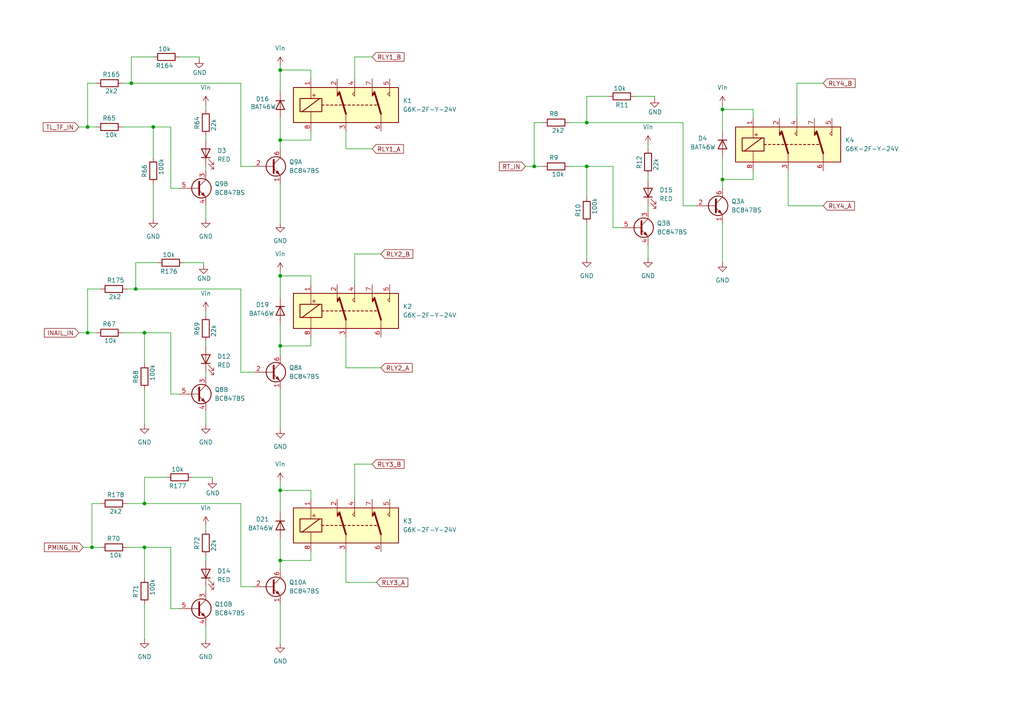
<source format=kicad_sch>
(kicad_sch (version 20250114) (generator "eeschema") (generator_version "9.0")
  (paper "A4")
  (lib_symbols
    (symbol "Device:LED" (pin_numbers (hide yes)) (pin_names (offset 1.016) (hide yes))
      (property "Reference" "D" (at 0 2.54 0))
      (property "Value" "LED" (at 0 -2.54 0))
      (symbol "LED_0_1"
        (polyline (pts (xy -3.048 -0.762) (xy -4.572 -2.286) (xy -3.81 -2.286) (xy -4.572 -2.286) (xy -4.572 -1.524)))
        (polyline (pts (xy -1.778 -0.762) (xy -3.302 -2.286) (xy -2.54 -2.286) (xy -3.302 -2.286) (xy -3.302 -1.524)))
        (polyline (pts (xy -1.27 0) (xy 1.27 0)))
        (polyline (pts (xy -1.27 -1.27) (xy -1.27 1.27)) (stroke (width 0.254)))
        (polyline (pts (xy 1.27 -1.27) (xy 1.27 1.27) (xy -1.27 0) (xy 1.27 -1.27)) (stroke (width 0.254)))
      )
      (symbol "LED_1_1"
        (pin passive line (at -3.81 0 0) (length 2.54) (name "K") (number "1"))
        (pin passive line (at 3.81 0 180) (length 2.54) (name "A") (number "2"))
      )
    )
    (symbol "Device:R" (pin_numbers (hide yes)) (pin_names (offset 0))
      (property "Reference" "R" (at 2.032 0 90))
      (property "Value" "R" (at 0 0 90))
      (symbol "R_0_1"
        (rectangle (start -1.016 -2.54) (end 1.016 2.54) (stroke (width 0.254)))
      )
      (symbol "R_1_1"
        (pin passive line (at 0 3.81 270) (length 1.27) (name "~") (number "1"))
        (pin passive line (at 0 -3.81 90) (length 1.27) (name "~") (number "2"))
      )
    )
    (symbol "Diode:US1A" (pin_numbers (hide yes)) (pin_names (hide yes))
      (property "Reference" "D" (at 0 2.54 0))
      (property "Value" "US1A" (at 0 -2.54 0))
      (symbol "US1A_0_1"
        (polyline (pts (xy -1.27 1.27) (xy -1.27 -1.27)) (stroke (width 0.254)))
        (polyline (pts (xy 1.27 1.27) (xy 1.27 -1.27) (xy -1.27 0) (xy 1.27 1.27)) (stroke (width 0.254)))
        (polyline (pts (xy 1.27 0) (xy -1.27 0)))
      )
      (symbol "US1A_1_1"
        (pin passive line (at -3.81 0 0) (length 2.54) (name "K") (number "1"))
        (pin passive line (at 3.81 0 180) (length 2.54) (name "A") (number "2"))
      )
    )
    (symbol "Relay:G6K-2"
      (property "Reference" "K" (at 16.51 3.81 0))
      (property "Value" "G6K-2" (at 16.51 1.27 0))
      (symbol "G6K-2_0_0"
        (text "+" (at -9.271 2.921 0) (effects (font (size 1.27 1.27))))
      )
      (symbol "G6K-2_0_1"
        (rectangle (start -15.24 5.08) (end 15.24 -5.08) (stroke (width 0.254)) (fill (type background)))
        (rectangle (start -13.335 1.905) (end -6.985 -1.905) (stroke (width 0.254)))
        (polyline (pts (xy -12.7 -1.905) (xy -7.62 1.905)) (stroke (width 0.254)))
        (polyline (pts (xy -10.16 5.08) (xy -10.16 1.905)))
        (polyline (pts (xy -10.16 -5.08) (xy -10.16 -1.905)))
        (polyline (pts (xy -6.985 0) (xy -6.35 0)) (stroke (width 0.254)))
        (polyline (pts (xy -5.715 0) (xy -5.08 0)) (stroke (width 0.254)))
        (polyline (pts (xy -4.445 0) (xy -3.81 0)) (stroke (width 0.254)))
        (polyline (pts (xy -3.175 0) (xy -2.54 0)) (stroke (width 0.254)))
        (polyline (pts (xy -2.54 5.08) (xy -2.54 2.54) (xy -1.905 3.175) (xy -2.54 3.81)) (fill (type outline)))
        (polyline (pts (xy -1.905 0) (xy -1.27 0)) (stroke (width 0.254)))
        (polyline (pts (xy -0.635 0) (xy 0 0)) (stroke (width 0.254)))
        (polyline (pts (xy 0 -2.54) (xy -1.905 3.81)) (stroke (width 0.508)))
        (polyline (pts (xy 0 -2.54) (xy 0 -5.08)))
        (polyline (pts (xy 0.635 0) (xy 1.27 0)) (stroke (width 0.254)))
        (polyline (pts (xy 1.905 0) (xy 2.54 0)) (stroke (width 0.254)))
        (polyline (pts (xy 2.54 5.08) (xy 2.54 2.54) (xy 1.905 3.175) (xy 2.54 3.81)))
        (polyline (pts (xy 3.175 0) (xy 3.81 0)) (stroke (width 0.254)))
        (polyline (pts (xy 4.445 0) (xy 5.08 0)) (stroke (width 0.254)))
        (polyline (pts (xy 5.715 0) (xy 6.35 0)) (stroke (width 0.254)))
        (polyline (pts (xy 6.985 0) (xy 7.62 0)) (stroke (width 0.254)))
        (polyline (pts (xy 7.62 5.08) (xy 7.62 2.54) (xy 8.255 3.175) (xy 7.62 3.81)) (fill (type outline)))
        (polyline (pts (xy 8.255 0) (xy 8.89 0)) (stroke (width 0.254)))
        (polyline (pts (xy 10.16 -2.54) (xy 8.255 3.81)) (stroke (width 0.508)))
        (polyline (pts (xy 10.16 -2.54) (xy 10.16 -5.08)))
        (polyline (pts (xy 12.7 5.08) (xy 12.7 2.54) (xy 12.065 3.175) (xy 12.7 3.81)))
      )
      (symbol "G6K-2_1_1"
        (pin passive line (at -10.16 7.62 270) (length 2.54) (name "~") (number "1"))
        (pin passive line (at -10.16 -7.62 90) (length 2.54) (name "~") (number "8"))
        (pin passive line (at -2.54 7.62 270) (length 2.54) (name "~") (number "2"))
        (pin passive line (at 0 -7.62 90) (length 2.54) (name "~") (number "3"))
        (pin passive line (at 2.54 7.62 270) (length 2.54) (name "~") (number "4"))
        (pin passive line (at 7.62 7.62 270) (length 2.54) (name "~") (number "7"))
        (pin passive line (at 10.16 -7.62 90) (length 2.54) (name "~") (number "6"))
        (pin passive line (at 12.7 7.62 270) (length 2.54) (name "~") (number "5"))
      )
    )
    (symbol "Transistor_BJT:BC847BS" (pin_names (offset 0) (hide yes))
      (property "Reference" "Q" (at 5.08 1.27 0))
      (property "Value" "BC847BS" (at 5.08 -1.27 0))
      (symbol "BC847BS_0_1"
        (polyline (pts (xy 0.635 1.905) (xy 0.635 -1.905) (xy 0.635 -1.905)) (stroke (width 0.508)))
        (polyline (pts (xy 0.635 0.635) (xy 2.54 2.54)))
        (polyline (pts (xy 0.635 0) (xy -2.54 0)))
        (polyline (pts (xy 0.635 -0.635) (xy 2.54 -2.54) (xy 2.54 -2.54)))
        (circle (center 1.27 0) (radius 2.8194) (stroke (width 0.254)))
        (polyline (pts (xy 1.27 -1.778) (xy 1.778 -1.27) (xy 2.286 -2.286) (xy 1.27 -1.778) (xy 1.27 -1.778)) (fill (type outline)))
      )
      (symbol "BC847BS_1_1"
        (pin input line (at -5.08 0 0) (length 2.54) (name "B1") (number "2"))
        (pin passive line (at 2.54 5.08 270) (length 2.54) (name "C1") (number "6"))
        (pin passive line (at 2.54 -5.08 90) (length 2.54) (name "E1") (number "1"))
      )
      (symbol "BC847BS_2_1"
        (pin input line (at -5.08 0 0) (length 2.54) (name "B2") (number "5"))
        (pin passive line (at 2.54 5.08 270) (length 2.54) (name "C2") (number "3"))
        (pin passive line (at 2.54 -5.08 90) (length 2.54) (name "E2") (number "4"))
      )
    )
    (symbol "power:GND" (power) (pin_numbers (hide yes)) (pin_names (offset 0) (hide yes))
      (property "Value" "GND" (at 0 -3.81 0))
      (symbol "GND_0_1"
        (polyline (pts (xy 0 0) (xy 0 -1.27) (xy 1.27 -1.27) (xy 0 -2.54) (xy -1.27 -1.27) (xy 0 -1.27)))
      )
      (symbol "GND_1_1"
        (pin power_in line (at 0 0 270) (length 0) (name "~") (number "1"))
      )
    )
    (symbol "power:VCC" (power) (pin_numbers (hide yes)) (pin_names (offset 0) (hide yes))
      (property "Value" "VCC" (at 0 3.556 0))
      (symbol "VCC_0_1"
        (polyline (pts (xy -0.762 1.27) (xy 0 2.54)))
        (polyline (pts (xy 0 2.54) (xy 0.762 1.27)))
        (polyline (pts (xy 0 0) (xy 0 2.54)))
      )
      (symbol "VCC_1_1"
        (pin power_in line (at 0 0 90) (length 0) (name "~") (number "1"))
      )
    )
  )
  (junction (at 26.67 158.75))
  (junction (at 81.28 142.24))
  (junction (at 209.55 31.75))
  (junction (at 41.91 158.75))
  (junction (at 81.28 100.33))
  (junction (at 170.18 48.26))
  (junction (at 25.4 96.52))
  (junction (at 209.55 52.07))
  (junction (at 81.28 40.64))
  (junction (at 81.28 80.01))
  (junction (at 154.94 48.26))
  (junction (at 41.91 146.05))
  (junction (at 39.37 83.82))
  (junction (at 81.28 162.56))
  (junction (at 44.45 36.83))
  (junction (at 38.1 24.13))
  (junction (at 81.28 20.32))
  (junction (at 170.18 35.56))
  (junction (at 41.91 96.52))
  (junction (at 25.4 36.83))
  (wire (pts (xy 25.4 24.13) (xy 25.4 36.83)))
  (wire (pts (xy 90.17 100.33) (xy 81.28 100.33)))
  (wire (pts (xy 90.17 97.79) (xy 90.17 100.33)))
  (wire (pts (xy 157.48 35.56) (xy 154.94 35.56)))
  (wire (pts (xy 90.17 80.01) (xy 81.28 80.01)))
  (wire (pts (xy 170.18 48.26) (xy 170.18 57.15)))
  (wire (pts (xy 35.56 36.83) (xy 44.45 36.83)))
  (wire (pts (xy 81.28 139.7) (xy 81.28 142.24)))
  (wire (pts (xy 102.87 134.62) (xy 102.87 144.78)))
  (wire (pts (xy 59.055 76.2) (xy 53.34 76.2)))
  (wire (pts (xy 170.18 35.56) (xy 198.12 35.56)))
  (wire (pts (xy 187.96 41.91) (xy 187.96 43.18)))
  (wire (pts (xy 107.95 43.18) (xy 100.33 43.18)))
  (wire (pts (xy 187.96 71.12) (xy 187.96 74.93)))
  (wire (pts (xy 25.4 96.52) (xy 27.94 96.52)))
  (wire (pts (xy 187.96 59.69) (xy 187.96 60.96)))
  (wire (pts (xy 218.44 49.53) (xy 218.44 52.07)))
  (wire (pts (xy 49.53 176.53) (xy 49.53 158.75)))
  (wire (pts (xy 177.8 66.04) (xy 180.34 66.04)))
  (wire (pts (xy 209.55 45.72) (xy 209.55 52.07)))
  (wire (pts (xy 198.12 35.56) (xy 198.12 59.69)))
  (wire (pts (xy 59.69 100.33) (xy 59.69 99.06)))
  (wire (pts (xy 44.45 53.34) (xy 44.45 63.5)))
  (wire (pts (xy 59.69 119.38) (xy 59.69 123.19)))
  (wire (pts (xy 61.595 138.43) (xy 55.88 138.43)))
  (wire (pts (xy 57.785 16.51) (xy 52.07 16.51)))
  (wire (pts (xy 41.91 138.43) (xy 41.91 146.05)))
  (wire (pts (xy 90.17 160.02) (xy 90.17 162.56)))
  (wire (pts (xy 27.94 24.13) (xy 25.4 24.13)))
  (wire (pts (xy 44.45 16.51) (xy 38.1 16.51)))
  (wire (pts (xy 41.91 158.75) (xy 49.53 158.75)))
  (wire (pts (xy 189.865 27.94) (xy 189.865 28.575)))
  (wire (pts (xy 90.17 82.55) (xy 90.17 80.01)))
  (wire (pts (xy 170.18 64.77) (xy 170.18 74.93)))
  (wire (pts (xy 69.85 24.13) (xy 69.85 48.26)))
  (wire (pts (xy 176.53 27.94) (xy 170.18 27.94)))
  (wire (pts (xy 49.53 114.3) (xy 52.07 114.3)))
  (wire (pts (xy 45.72 76.2) (xy 39.37 76.2)))
  (wire (pts (xy 177.8 66.04) (xy 177.8 48.26)))
  (wire (pts (xy 49.53 176.53) (xy 52.07 176.53)))
  (wire (pts (xy 189.865 27.94) (xy 184.15 27.94)))
  (wire (pts (xy 24.13 158.75) (xy 26.67 158.75)))
  (wire (pts (xy 209.55 31.75) (xy 209.55 38.1)))
  (wire (pts (xy 102.87 22.86) (xy 102.87 16.51)))
  (wire (pts (xy 228.6 49.53) (xy 228.6 59.69)))
  (wire (pts (xy 90.17 144.78) (xy 90.17 142.24)))
  (wire (pts (xy 81.28 100.33) (xy 81.28 102.87)))
  (wire (pts (xy 81.28 53.34) (xy 81.28 64.77)))
  (wire (pts (xy 26.67 146.05) (xy 26.67 158.75)))
  (wire (pts (xy 81.28 162.56) (xy 81.28 165.1)))
  (wire (pts (xy 90.17 20.32) (xy 81.28 20.32)))
  (wire (pts (xy 81.28 40.64) (xy 81.28 43.18)))
  (wire (pts (xy 59.69 90.17) (xy 59.69 91.44)))
  (wire (pts (xy 41.91 96.52) (xy 49.53 96.52)))
  (wire (pts (xy 170.18 48.26) (xy 177.8 48.26)))
  (wire (pts (xy 81.28 113.03) (xy 81.28 124.46)))
  (wire (pts (xy 59.69 152.4) (xy 59.69 153.67)))
  (wire (pts (xy 69.85 170.18) (xy 73.66 170.18)))
  (wire (pts (xy 187.96 52.07) (xy 187.96 50.8)))
  (wire (pts (xy 59.69 59.69) (xy 59.69 63.5)))
  (wire (pts (xy 38.1 24.13) (xy 69.85 24.13)))
  (wire (pts (xy 36.83 83.82) (xy 39.37 83.82)))
  (wire (pts (xy 22.86 36.83) (xy 25.4 36.83)))
  (wire (pts (xy 59.69 181.61) (xy 59.69 185.42)))
  (wire (pts (xy 102.87 134.62) (xy 107.95 134.62)))
  (wire (pts (xy 198.12 59.69) (xy 201.93 59.69)))
  (wire (pts (xy 59.69 162.56) (xy 59.69 161.29)))
  (wire (pts (xy 90.17 40.64) (xy 81.28 40.64)))
  (wire (pts (xy 228.6 59.69) (xy 238.76 59.69)))
  (wire (pts (xy 165.1 35.56) (xy 170.18 35.56)))
  (wire (pts (xy 90.17 38.1) (xy 90.17 40.64)))
  (wire (pts (xy 44.45 36.83) (xy 49.53 36.83)))
  (wire (pts (xy 59.69 48.26) (xy 59.69 49.53)))
  (wire (pts (xy 170.18 27.94) (xy 170.18 35.56)))
  (wire (pts (xy 49.53 114.3) (xy 49.53 96.52)))
  (wire (pts (xy 81.28 20.32) (xy 81.28 26.67)))
  (wire (pts (xy 49.53 54.61) (xy 52.07 54.61)))
  (wire (pts (xy 152.4 48.26) (xy 154.94 48.26)))
  (wire (pts (xy 102.87 16.51) (xy 107.95 16.51)))
  (wire (pts (xy 41.91 158.75) (xy 41.91 167.64)))
  (wire (pts (xy 81.28 19.05) (xy 81.28 20.32)))
  (wire (pts (xy 59.69 30.48) (xy 59.69 31.75)))
  (wire (pts (xy 81.28 175.26) (xy 81.28 186.69)))
  (wire (pts (xy 102.87 73.66) (xy 102.87 82.55)))
  (wire (pts (xy 59.055 76.2) (xy 59.055 76.835)))
  (wire (pts (xy 26.67 158.75) (xy 29.21 158.75)))
  (wire (pts (xy 49.53 54.61) (xy 49.53 36.83)))
  (wire (pts (xy 36.83 146.05) (xy 41.91 146.05)))
  (wire (pts (xy 102.87 73.66) (xy 110.49 73.66)))
  (wire (pts (xy 90.17 142.24) (xy 81.28 142.24)))
  (wire (pts (xy 100.33 106.68) (xy 100.33 97.79)))
  (wire (pts (xy 61.595 138.43) (xy 61.595 139.065)))
  (wire (pts (xy 69.85 83.82) (xy 69.85 107.95)))
  (wire (pts (xy 218.44 52.07) (xy 209.55 52.07)))
  (wire (pts (xy 100.33 168.91) (xy 109.22 168.91)))
  (wire (pts (xy 100.33 43.18) (xy 100.33 38.1)))
  (wire (pts (xy 29.21 83.82) (xy 25.4 83.82)))
  (wire (pts (xy 36.83 158.75) (xy 41.91 158.75)))
  (wire (pts (xy 35.56 24.13) (xy 38.1 24.13)))
  (wire (pts (xy 81.28 78.74) (xy 81.28 80.01)))
  (wire (pts (xy 41.91 113.03) (xy 41.91 123.19)))
  (wire (pts (xy 100.33 106.68) (xy 110.49 106.68)))
  (wire (pts (xy 154.94 48.26) (xy 157.48 48.26)))
  (wire (pts (xy 39.37 83.82) (xy 69.85 83.82)))
  (wire (pts (xy 209.55 52.07) (xy 209.55 54.61)))
  (wire (pts (xy 81.28 142.24) (xy 81.28 148.59)))
  (wire (pts (xy 231.14 24.13) (xy 238.76 24.13)))
  (wire (pts (xy 81.28 156.21) (xy 81.28 162.56)))
  (wire (pts (xy 59.69 107.95) (xy 59.69 109.22)))
  (wire (pts (xy 57.785 16.51) (xy 57.785 17.145)))
  (wire (pts (xy 38.1 16.51) (xy 38.1 24.13)))
  (wire (pts (xy 81.28 93.98) (xy 81.28 100.33)))
  (wire (pts (xy 25.4 83.82) (xy 25.4 96.52)))
  (wire (pts (xy 209.55 64.77) (xy 209.55 76.2)))
  (wire (pts (xy 209.55 30.48) (xy 209.55 31.75)))
  (wire (pts (xy 69.85 146.05) (xy 69.85 170.18)))
  (wire (pts (xy 41.91 175.26) (xy 41.91 185.42)))
  (wire (pts (xy 100.33 160.02) (xy 100.33 168.91)))
  (wire (pts (xy 90.17 22.86) (xy 90.17 20.32)))
  (wire (pts (xy 25.4 36.83) (xy 27.94 36.83)))
  (wire (pts (xy 231.14 24.13) (xy 231.14 34.29)))
  (wire (pts (xy 165.1 48.26) (xy 170.18 48.26)))
  (wire (pts (xy 35.56 96.52) (xy 41.91 96.52)))
  (wire (pts (xy 218.44 31.75) (xy 209.55 31.75)))
  (wire (pts (xy 69.85 107.95) (xy 73.66 107.95)))
  (wire (pts (xy 81.28 34.29) (xy 81.28 40.64)))
  (wire (pts (xy 41.91 96.52) (xy 41.91 105.41)))
  (wire (pts (xy 29.21 146.05) (xy 26.67 146.05)))
  (wire (pts (xy 44.45 36.83) (xy 44.45 45.72)))
  (wire (pts (xy 81.28 80.01) (xy 81.28 86.36)))
  (wire (pts (xy 41.91 146.05) (xy 69.85 146.05)))
  (wire (pts (xy 48.26 138.43) (xy 41.91 138.43)))
  (wire (pts (xy 90.17 162.56) (xy 81.28 162.56)))
  (wire (pts (xy 218.44 34.29) (xy 218.44 31.75)))
  (wire (pts (xy 39.37 76.2) (xy 39.37 83.82)))
  (wire (pts (xy 69.85 48.26) (xy 73.66 48.26)))
  (wire (pts (xy 22.86 96.52) (xy 25.4 96.52)))
  (wire (pts (xy 59.69 40.64) (xy 59.69 39.37)))
  (wire (pts (xy 59.69 170.18) (xy 59.69 171.45)))
  (wire (pts (xy 154.94 35.56) (xy 154.94 48.26)))
  (global_label "RT_IN" (shape input) (at 152.4 48.26 180) (property "Intersheetrefs" "${INTERSHEET_REFS}" (effects (hide yes))))
  (global_label "RLY3_B" (shape input) (at 107.95 134.62 0) (property "Intersheetrefs" "${INTERSHEET_REFS}" (effects (hide yes))))
  (global_label "TL_TF_IN" (shape input) (at 22.86 36.83 180) (property "Intersheetrefs" "${INTERSHEET_REFS}" (effects (hide yes))))
  (global_label "RLY2_A" (shape input) (at 110.49 106.68 0) (property "Intersheetrefs" "${INTERSHEET_REFS}" (effects (hide yes))))
  (global_label "RLY4_B" (shape input) (at 238.76 24.13 0) (property "Intersheetrefs" "${INTERSHEET_REFS}" (effects (hide yes))))
  (global_label "RLY3_A" (shape input) (at 109.22 168.91 0) (property "Intersheetrefs" "${INTERSHEET_REFS}" (effects (hide yes))))
  (global_label "RLY2_B" (shape input) (at 110.49 73.66 0) (property "Intersheetrefs" "${INTERSHEET_REFS}" (effects (hide yes))))
  (global_label "RLY1_A" (shape input) (at 107.95 43.18 0) (property "Intersheetrefs" "${INTERSHEET_REFS}" (effects (hide yes))))
  (global_label "RLY4_A" (shape input) (at 238.76 59.69 0) (property "Intersheetrefs" "${INTERSHEET_REFS}" (effects (hide yes))))
  (global_label "RLY1_B" (shape input) (at 107.95 16.51 0) (property "Intersheetrefs" "${INTERSHEET_REFS}" (effects (hide yes))))
  (global_label "INAIL_IN" (shape input) (at 22.86 96.52 180) (property "Intersheetrefs" "${INTERSHEET_REFS}" (effects (hide yes))))
  (global_label "PMING_IN" (shape input) (at 24.13 158.75 180) (property "Intersheetrefs" "${INTERSHEET_REFS}" (effects (hide yes))))
  (symbol (lib_id "Device:LED") (at 187.96 55.88 90) (unit 1)
    (property "Reference" "D15" (at 191.262 55.118 90) (effects (justify right)))
    (property "Value" "RED" (at 191.262 57.658 90) (effects (justify right)))
    (property "Footprint" "LED_SMD:LED_0603_1608Metric" (effects (hide yes)))
    (property "Description" "Light emitting diode" (effects (hide yes)))
    (property "JLC_PN" "  C72038" (effects (hide yes)))
  )
  (symbol (lib_id "power:GND") (at 59.69 185.42 0) (unit 1)
    (property "Reference" "#PWR0132" (effects (hide yes)))
    (property "Value" "GND" (at 59.69 190.5 0))
    (property "Description" "Power symbol creates a global label with name \"GND\" , ground" (effects (hide yes)))
  )
  (symbol (lib_id "power:VCC") (at 81.28 19.05 0) (unit 1)
    (property "Reference" "#PWR031" (effects (hide yes)))
    (property "Value" "Vin" (at 81.28 13.97 0))
    (property "Description" "Power symbol creates a global label with name \"VCC\"" (effects (hide yes)))
  )
  (symbol (lib_id "power:VCC") (at 209.55 30.48 0) (unit 1)
    (property "Reference" "#PWR016" (effects (hide yes)))
    (property "Value" "Vin" (at 209.55 25.4 0))
    (property "Description" "Power symbol creates a global label with name \"VCC\"" (effects (hide yes)))
  )
  (symbol (lib_id "Device:R") (at 59.69 95.25 0) (unit 1)
    (property "Reference" "R69" (at 57.15 97.282 90) (effects (justify left)))
    (property "Value" "22k" (at 61.976 97.79 90) (effects (justify left)))
    (property "Footprint" "Resistor_SMD:R_0603_1608Metric" (effects (hide yes)))
    (property "Description" "Resistor" (effects (hide yes)))
    (property "JLC_PN" "C23344" (effects (hide yes)))
  )
  (symbol (lib_id "Diode:US1A") (at 81.28 30.48 270) (unit 1)
    (property "Reference" "D16" (at 74.168 28.702 90) (effects (justify left)))
    (property "Value" "BAT46W" (at 72.644 30.988 90) (effects (justify left)))
    (property "Footprint" "Diode_SMD:D_SOD-123" (effects (hide yes)))
    (property "Datasheet" "https://www.diodes.com/assets/Datasheets/ds16008.pdf" (effects (hide yes)))
    (property "Description" "50V, 1A, General Purpose Rectifier Diode, SMA(DO-214AC)" (effects (hide yes)))
    (property "Sim.Device" "D" (effects (hide yes)))
    (property "Sim.Pins" "1=K 2=A" (effects (hide yes)))
    (property "JLC_PN" "C83152" (effects (hide yes)))
  )
  (symbol (lib_id "power:GND") (at 187.96 74.93 0) (unit 1)
    (property "Reference" "#PWR011" (effects (hide yes)))
    (property "Value" "GND" (at 187.96 80.01 0))
    (property "Description" "Power symbol creates a global label with name \"GND\" , ground" (effects (hide yes)))
  )
  (symbol (lib_id "power:VCC") (at 59.69 30.48 0) (unit 1)
    (property "Reference" "#PWR032" (effects (hide yes)))
    (property "Value" "Vin" (at 59.69 25.4 0))
    (property "Description" "Power symbol creates a global label with name \"VCC\"" (effects (hide yes)))
  )
  (symbol (lib_id "Device:LED") (at 59.69 104.14 90) (unit 1)
    (property "Reference" "D12" (at 62.992 103.378 90) (effects (justify right)))
    (property "Value" "RED" (at 62.992 105.918 90) (effects (justify right)))
    (property "Footprint" "LED_SMD:LED_0603_1608Metric" (effects (hide yes)))
    (property "Description" "Light emitting diode" (effects (hide yes)))
    (property "JLC_PN" "  C72038" (effects (hide yes)))
  )
  (symbol (lib_id "power:GND") (at 44.45 63.5 0) (unit 1)
    (property "Reference" "#PWR0124" (effects (hide yes)))
    (property "Value" "GND" (at 44.45 68.58 0))
    (property "Description" "Power symbol creates a global label with name \"GND\" , ground" (effects (hide yes)))
  )
  (symbol (lib_id "Device:R") (at 41.91 171.45 0) (unit 1)
    (property "Reference" "R71" (at 39.37 173.482 90) (effects (justify left)))
    (property "Value" "100k" (at 44.196 172.72 90) (effects (justify left)))
    (property "Footprint" "Resistor_SMD:R_0603_1608Metric" (effects (hide yes)))
    (property "Description" "Resistor" (effects (hide yes)))
    (property "JLC_PN" "C15458" (effects (hide yes)))
  )
  (symbol (lib_id "Device:R") (at 31.75 96.52 270) (unit 1)
    (property "Reference" "R67" (at 29.718 93.98 90) (effects (justify left)))
    (property "Value" "10k" (at 30.226 98.806 90) (effects (justify left)))
    (property "Footprint" "Resistor_SMD:R_0603_1608Metric" (effects (hide yes)))
    (property "Description" "Resistor" (effects (hide yes)))
    (property "JLC_PN" "C25804" (effects (hide yes)))
  )
  (symbol (lib_id "power:GND") (at 41.91 185.42 0) (unit 1)
    (property "Reference" "#PWR0130" (effects (hide yes)))
    (property "Value" "GND" (at 41.91 190.5 0))
    (property "Description" "Power symbol creates a global label with name \"GND\" , ground" (effects (hide yes)))
  )
  (symbol (lib_id "Device:R") (at 31.75 36.83 270) (unit 1)
    (property "Reference" "R65" (at 29.718 34.29 90) (effects (justify left)))
    (property "Value" "10k" (at 30.48 39.116 90) (effects (justify left)))
    (property "Footprint" "Resistor_SMD:R_0603_1608Metric" (effects (hide yes)))
    (property "Description" "Resistor" (effects (hide yes)))
    (property "JLC_PN" "C25804" (effects (hide yes)))
  )
  (symbol (lib_id "Device:R") (at 59.69 157.48 0) (unit 1)
    (property "Reference" "R72" (at 57.15 159.512 90) (effects (justify left)))
    (property "Value" "22k" (at 61.976 160.02 90) (effects (justify left)))
    (property "Footprint" "Resistor_SMD:R_0603_1608Metric" (effects (hide yes)))
    (property "Description" "Resistor" (effects (hide yes)))
    (property "JLC_PN" "C23344" (effects (hide yes)))
  )
  (symbol (lib_id "Device:R") (at 33.02 158.75 270) (unit 1)
    (property "Reference" "R70" (at 30.988 156.21 90) (effects (justify left)))
    (property "Value" "10k" (at 31.75 161.036 90) (effects (justify left)))
    (property "Footprint" "Resistor_SMD:R_0603_1608Metric" (effects (hide yes)))
    (property "Description" "Resistor" (effects (hide yes)))
    (property "JLC_PN" "C25804" (effects (hide yes)))
  )
  (symbol (lib_id "Transistor_BJT:BC847BS") (at 57.15 176.53 0) (unit 2)
    (property "Reference" "Q10" (at 62.23 175.2599 0) (effects (justify left)))
    (property "Value" "BC847BS" (at 62.23 177.7999 0) (effects (justify left)))
    (property "Footprint" "Package_TO_SOT_SMD:SOT-363_SC-70-6" (effects (hide yes)))
    (property "Datasheet" "https://assets.nexperia.com/documents/data-sheet/BC847BS.pdf" (effects (hide yes)))
    (property "Description" "100mA IC, 45V Vce, Dual NPN/NPN Transistors, SOT-363" (effects (hide yes)))
    (property "JLC_PN" "C82368" (effects (hide yes)))
  )
  (symbol (lib_id "power:VCC") (at 59.69 152.4 0) (unit 1)
    (property "Reference" "#PWR028" (effects (hide yes)))
    (property "Value" "Vin" (at 59.69 147.32 0))
    (property "Description" "Power symbol creates a global label with name \"VCC\"" (effects (hide yes)))
  )
  (symbol (lib_id "Device:R") (at 161.29 48.26 270) (unit 1)
    (property "Reference" "R9" (at 159.258 45.72 90) (effects (justify left)))
    (property "Value" "10k" (at 160.02 50.546 90) (effects (justify left)))
    (property "Footprint" "Resistor_SMD:R_0603_1608Metric" (effects (hide yes)))
    (property "Description" "Resistor" (effects (hide yes)))
    (property "JLC_PN" "C25804" (effects (hide yes)))
  )
  (symbol (lib_id "power:GND") (at 170.18 74.93 0) (unit 1)
    (property "Reference" "#PWR09" (effects (hide yes)))
    (property "Value" "GND" (at 170.18 80.01 0))
    (property "Description" "Power symbol creates a global label with name \"GND\" , ground" (effects (hide yes)))
  )
  (symbol (lib_id "power:VCC") (at 81.28 139.7 0) (unit 1)
    (property "Reference" "#PWR027" (effects (hide yes)))
    (property "Value" "Vin" (at 81.28 134.62 0))
    (property "Description" "Power symbol creates a global label with name \"VCC\"" (effects (hide yes)))
  )
  (symbol (lib_id "Device:R") (at 161.29 35.56 270) (unit 1)
    (property "Reference" "R8" (at 159.258 33.02 90) (effects (justify left)))
    (property "Value" "2k2" (at 160.02 37.846 90) (effects (justify left)))
    (property "Footprint" "Resistor_SMD:R_0603_1608Metric" (effects (hide yes)))
    (property "Description" "Resistor" (effects (hide yes)))
    (property "JLC_PN" "C4190" (effects (hide yes)))
  )
  (symbol (lib_id "power:GND") (at 41.91 123.19 0) (unit 1)
    (property "Reference" "#PWR0125" (effects (hide yes)))
    (property "Value" "GND" (at 41.91 128.27 0))
    (property "Description" "Power symbol creates a global label with name \"GND\" , ground" (effects (hide yes)))
  )
  (symbol (lib_id "Device:R") (at 41.91 109.22 0) (unit 1)
    (property "Reference" "R68" (at 39.37 111.252 90) (effects (justify left)))
    (property "Value" "100k" (at 44.196 110.49 90) (effects (justify left)))
    (property "Footprint" "Resistor_SMD:R_0603_1608Metric" (effects (hide yes)))
    (property "Description" "Resistor" (effects (hide yes)))
    (property "JLC_PN" "C15458 " (effects (hide yes)))
  )
  (symbol (lib_id "Device:R") (at 48.26 16.51 90) (unit 1)
    (property "Reference" "R164" (at 50.292 19.05 90) (effects (justify left)))
    (property "Value" "10k" (at 49.53 14.224 90) (effects (justify left)))
    (property "Footprint" "Resistor_SMD:R_0603_1608Metric" (effects (hide yes)))
    (property "Description" "Resistor" (effects (hide yes)))
    (property "JLC_PN" "C25804" (effects (hide yes)))
  )
  (symbol (lib_id "Transistor_BJT:BC847BS") (at 207.01 59.69 0) (unit 1)
    (property "Reference" "Q3" (at 212.09 58.4199 0) (effects (justify left)))
    (property "Value" "BC847BS" (at 212.09 60.9599 0) (effects (justify left)))
    (property "Footprint" "Package_TO_SOT_SMD:SOT-363_SC-70-6" (effects (hide yes)))
    (property "Datasheet" "https://assets.nexperia.com/documents/data-sheet/BC847BS.pdf" (effects (hide yes)))
    (property "Description" "100mA IC, 45V Vce, Dual NPN/NPN Transistors, SOT-363" (effects (hide yes)))
    (property "JLC_PN" "C82368" (effects (hide yes)))
  )
  (symbol (lib_id "Device:R") (at 187.96 46.99 0) (unit 1)
    (property "Reference" "R12" (at 185.42 49.022 90) (effects (justify left)))
    (property "Value" "22k" (at 190.246 49.53 90) (effects (justify left)))
    (property "Footprint" "Resistor_SMD:R_0603_1608Metric" (effects (hide yes)))
    (property "Description" "Resistor" (effects (hide yes)))
    (property "JLC_PN" "C23344" (effects (hide yes)))
  )
  (symbol (lib_id "power:VCC") (at 59.69 90.17 0) (unit 1)
    (property "Reference" "#PWR030" (effects (hide yes)))
    (property "Value" "Vin" (at 59.69 85.09 0))
    (property "Description" "Power symbol creates a global label with name \"VCC\"" (effects (hide yes)))
  )
  (symbol (lib_id "power:GND") (at 209.55 76.2 0) (unit 1)
    (property "Reference" "#PWR017" (effects (hide yes)))
    (property "Value" "GND" (at 209.55 81.28 0))
    (property "Description" "Power symbol creates a global label with name \"GND\" , ground" (effects (hide yes)))
  )
  (symbol (lib_id "Relay:G6K-2") (at 100.33 90.17 0) (unit 1)
    (property "Reference" "K2" (at 116.84 88.8999 0) (effects (justify left)))
    (property "Value" "G6K-2F-Y-24V" (at 116.84 91.4399 0) (effects (justify left)))
    (property "Footprint" "Relays:RELAY_G6K-2F_DC5" (effects (hide yes)))
    (property "Datasheet" "http://omronfs.omron.com/en_US/ecb/products/pdf/en-g6k.pdf" (effects (hide yes)))
    (property "Description" "Miniature 2-pole relay, Single-side Stable" (effects (hide yes)))
    (property "JLC_PN" "C5278023" (effects (hide yes)))
  )
  (symbol (lib_id "Device:R") (at 180.34 27.94 90) (unit 1)
    (property "Reference" "R11" (at 182.372 30.48 90) (effects (justify left)))
    (property "Value" "10k" (at 181.61 25.654 90) (effects (justify left)))
    (property "Footprint" "Resistor_SMD:R_0603_1608Metric" (effects (hide yes)))
    (property "Description" "Resistor" (effects (hide yes)))
    (property "JLC_PN" "C25804" (effects (hide yes)))
  )
  (symbol (lib_id "Transistor_BJT:BC847BS") (at 185.42 66.04 0) (unit 2)
    (property "Reference" "Q3" (at 190.5 64.7699 0) (effects (justify left)))
    (property "Value" "BC847BS" (at 190.5 67.3099 0) (effects (justify left)))
    (property "Footprint" "Package_TO_SOT_SMD:SOT-363_SC-70-6" (effects (hide yes)))
    (property "Datasheet" "https://assets.nexperia.com/documents/data-sheet/BC847BS.pdf" (effects (hide yes)))
    (property "Description" "100mA IC, 45V Vce, Dual NPN/NPN Transistors, SOT-363" (effects (hide yes)))
    (property "JLC_PN" "C82368" (effects (hide yes)))
  )
  (symbol (lib_id "power:VCC") (at 187.96 41.91 0) (unit 1)
    (property "Reference" "#PWR010" (effects (hide yes)))
    (property "Value" "Vin" (at 187.96 36.83 0))
    (property "Description" "Power symbol creates a global label with name \"VCC\"" (effects (hide yes)))
  )
  (symbol (lib_id "Relay:G6K-2") (at 228.6 41.91 0) (unit 1)
    (property "Reference" "K4" (at 245.11 40.6399 0) (effects (justify left)))
    (property "Value" "G6K-2F-Y-24V" (at 245.11 43.1799 0) (effects (justify left)))
    (property "Footprint" "Relays:RELAY_G6K-2F_DC5" (effects (hide yes)))
    (property "Datasheet" "http://omronfs.omron.com/en_US/ecb/products/pdf/en-g6k.pdf" (effects (hide yes)))
    (property "Description" "Miniature 2-pole relay, Single-side Stable" (effects (hide yes)))
    (property "JLC_PN" "C5278023" (effects (hide yes)))
  )
  (symbol (lib_id "Diode:US1A") (at 81.28 90.17 270) (unit 1)
    (property "Reference" "D19" (at 74.168 88.392 90) (effects (justify left)))
    (property "Value" "BAT46W" (at 72.136 90.932 90) (effects (justify left)))
    (property "Footprint" "Diode_SMD:D_SOD-123" (effects (hide yes)))
    (property "Datasheet" "https://www.diodes.com/assets/Datasheets/ds16008.pdf" (effects (hide yes)))
    (property "Description" "50V, 1A, General Purpose Rectifier Diode, SMA(DO-214AC)" (effects (hide yes)))
    (property "Sim.Device" "D" (effects (hide yes)))
    (property "Sim.Pins" "1=K 2=A" (effects (hide yes)))
    (property "JLC_PN" "C83152" (effects (hide yes)))
  )
  (symbol (lib_id "Diode:US1A") (at 209.55 41.91 270) (unit 1)
    (property "Reference" "D4" (at 202.438 40.132 90) (effects (justify left)))
    (property "Value" "BAT46W" (at 200.152 42.672 90) (effects (justify left)))
    (property "Footprint" "Diode_SMD:D_SOD-123" (effects (hide yes)))
    (property "Datasheet" "https://www.diodes.com/assets/Datasheets/ds16008.pdf" (effects (hide yes)))
    (property "Description" "50V, 1A, General Purpose Rectifier Diode, SMA(DO-214AC)" (effects (hide yes)))
    (property "Sim.Device" "D" (effects (hide yes)))
    (property "Sim.Pins" "1=K 2=A" (effects (hide yes)))
    (property "JLC_PN" "C83152" (effects (hide yes)))
  )
  (symbol (lib_id "Transistor_BJT:BC847BS") (at 78.74 107.95 0) (unit 1)
    (property "Reference" "Q8" (at 83.82 106.6799 0) (effects (justify left)))
    (property "Value" "BC847BS" (at 83.82 109.2199 0) (effects (justify left)))
    (property "Footprint" "Package_TO_SOT_SMD:SOT-363_SC-70-6" (effects (hide yes)))
    (property "Datasheet" "https://assets.nexperia.com/documents/data-sheet/BC847BS.pdf" (effects (hide yes)))
    (property "Description" "100mA IC, 45V Vce, Dual NPN/NPN Transistors, SOT-363" (effects (hide yes)))
    (property "JLC_PN" "C82368" (effects (hide yes)))
  )
  (symbol (lib_id "power:GND") (at 57.785 17.145 0) (unit 1)
    (property "Reference" "#PWR0293" (effects (hide yes)))
    (property "Value" "GND" (at 57.912 21.082 0))
    (property "Description" "Power symbol creates a global label with name \"GND\" , ground" (effects (hide yes)))
  )
  (symbol (lib_id "power:GND") (at 59.055 76.835 0) (unit 1)
    (property "Reference" "#PWR0307" (effects (hide yes)))
    (property "Value" "GND" (at 59.182 80.772 0))
    (property "Description" "Power symbol creates a global label with name \"GND\" , ground" (effects (hide yes)))
  )
  (symbol (lib_id "Relay:G6K-2") (at 100.33 152.4 0) (unit 1)
    (property "Reference" "K3" (at 116.84 151.1299 0) (effects (justify left)))
    (property "Value" "G6K-2F-Y-24V" (at 116.84 153.6699 0) (effects (justify left)))
    (property "Footprint" "Relays:RELAY_G6K-2F_DC5" (effects (hide yes)))
    (property "Datasheet" "http://omronfs.omron.com/en_US/ecb/products/pdf/en-g6k.pdf" (effects (hide yes)))
    (property "Description" "Miniature 2-pole relay, Single-side Stable" (effects (hide yes)))
    (property "JLC_PN" "C5278023" (effects (hide yes)))
  )
  (symbol (lib_id "Relay:G6K-2") (at 100.33 30.48 0) (unit 1)
    (property "Reference" "K1" (at 116.84 29.2099 0) (effects (justify left)))
    (property "Value" "G6K-2F-Y-24V" (at 116.84 31.7499 0) (effects (justify left)))
    (property "Footprint" "Relays:RELAY_G6K-2F_DC5" (effects (hide yes)))
    (property "Datasheet" "http://omronfs.omron.com/en_US/ecb/products/pdf/en-g6k.pdf" (effects (hide yes)))
    (property "Description" "Miniature 2-pole relay, Single-side Stable" (effects (hide yes)))
    (property "JLC_PN" "C5278023" (effects (hide yes)))
  )
  (symbol (lib_id "Diode:US1A") (at 81.28 152.4 270) (unit 1)
    (property "Reference" "D21" (at 74.168 150.622 90) (effects (justify left)))
    (property "Value" "BAT46W" (at 71.882 153.162 90) (effects (justify left)))
    (property "Footprint" "Diode_SMD:D_SOD-123" (effects (hide yes)))
    (property "Datasheet" "https://www.diodes.com/assets/Datasheets/ds16008.pdf" (effects (hide yes)))
    (property "Description" "50V, 1A, General Purpose Rectifier Diode, SMA(DO-214AC)" (effects (hide yes)))
    (property "Sim.Device" "D" (effects (hide yes)))
    (property "Sim.Pins" "1=K 2=A" (effects (hide yes)))
    (property "JLC_PN" "C83152" (effects (hide yes)))
  )
  (symbol (lib_id "Transistor_BJT:BC847BS") (at 57.15 54.61 0) (unit 2)
    (property "Reference" "Q9" (at 62.23 53.3399 0) (effects (justify left)))
    (property "Value" "BC847BS" (at 62.23 55.8799 0) (effects (justify left)))
    (property "Footprint" "Package_TO_SOT_SMD:SOT-363_SC-70-6" (effects (hide yes)))
    (property "Datasheet" "https://assets.nexperia.com/documents/data-sheet/BC847BS.pdf" (effects (hide yes)))
    (property "Description" "100mA IC, 45V Vce, Dual NPN/NPN Transistors, SOT-363" (effects (hide yes)))
    (property "JLC_PN" "C82368" (effects (hide yes)))
  )
  (symbol (lib_id "Transistor_BJT:BC847BS") (at 57.15 114.3 0) (unit 2)
    (property "Reference" "Q8" (at 62.23 113.0299 0) (effects (justify left)))
    (property "Value" "BC847BS" (at 62.23 115.5699 0) (effects (justify left)))
    (property "Footprint" "Package_TO_SOT_SMD:SOT-363_SC-70-6" (effects (hide yes)))
    (property "Datasheet" "https://assets.nexperia.com/documents/data-sheet/BC847BS.pdf" (effects (hide yes)))
    (property "Description" "100mA IC, 45V Vce, Dual NPN/NPN Transistors, SOT-363" (effects (hide yes)))
    (property "JLC_PN" "C82368" (effects (hide yes)))
  )
  (symbol (lib_id "Transistor_BJT:BC847BS") (at 78.74 48.26 0) (unit 1)
    (property "Reference" "Q9" (at 83.82 46.9899 0) (effects (justify left)))
    (property "Value" "BC847BS" (at 83.82 49.5299 0) (effects (justify left)))
    (property "Footprint" "Package_TO_SOT_SMD:SOT-363_SC-70-6" (effects (hide yes)))
    (property "Datasheet" "https://assets.nexperia.com/documents/data-sheet/BC847BS.pdf" (effects (hide yes)))
    (property "Description" "100mA IC, 45V Vce, Dual NPN/NPN Transistors, SOT-363" (effects (hide yes)))
    (property "JLC_PN" "C82368" (effects (hide yes)))
  )
  (symbol (lib_id "power:GND") (at 81.28 124.46 0) (unit 1)
    (property "Reference" "#PWR0129" (effects (hide yes)))
    (property "Value" "GND" (at 81.28 129.54 0))
    (property "Description" "Power symbol creates a global label with name \"GND\" , ground" (effects (hide yes)))
  )
  (symbol (lib_id "power:VCC") (at 81.28 78.74 0) (unit 1)
    (property "Reference" "#PWR029" (effects (hide yes)))
    (property "Value" "Vin" (at 81.28 73.66 0))
    (property "Description" "Power symbol creates a global label with name \"VCC\"" (effects (hide yes)))
  )
  (symbol (lib_id "Device:R") (at 33.02 146.05 270) (unit 1)
    (property "Reference" "R178" (at 30.988 143.51 90) (effects (justify left)))
    (property "Value" "2k2" (at 31.75 148.336 90) (effects (justify left)))
    (property "Footprint" "Resistor_SMD:R_0603_1608Metric" (effects (hide yes)))
    (property "Description" "Resistor" (effects (hide yes)))
    (property "JLC_PN" "C4190" (effects (hide yes)))
  )
  (symbol (lib_id "Device:LED") (at 59.69 166.37 90) (unit 1)
    (property "Reference" "D14" (at 62.992 165.608 90) (effects (justify right)))
    (property "Value" "RED" (at 62.992 168.148 90) (effects (justify right)))
    (property "Footprint" "LED_SMD:LED_0603_1608Metric" (effects (hide yes)))
    (property "Description" "Light emitting diode" (effects (hide yes)))
    (property "JLC_PN" "  C72038" (effects (hide yes)))
  )
  (symbol (lib_id "Transistor_BJT:BC847BS") (at 78.74 170.18 0) (unit 1)
    (property "Reference" "Q10" (at 83.82 168.9099 0) (effects (justify left)))
    (property "Value" "BC847BS" (at 83.82 171.4499 0) (effects (justify left)))
    (property "Footprint" "Package_TO_SOT_SMD:SOT-363_SC-70-6" (effects (hide yes)))
    (property "Datasheet" "https://assets.nexperia.com/documents/data-sheet/BC847BS.pdf" (effects (hide yes)))
    (property "Description" "100mA IC, 45V Vce, Dual NPN/NPN Transistors, SOT-363" (effects (hide yes)))
    (property "JLC_PN" "C82368" (effects (hide yes)))
  )
  (symbol (lib_id "power:GND") (at 59.69 63.5 0) (unit 1)
    (property "Reference" "#PWR0123" (effects (hide yes)))
    (property "Value" "GND" (at 59.69 68.58 0))
    (property "Description" "Power symbol creates a global label with name \"GND\" , ground" (effects (hide yes)))
  )
  (symbol (lib_id "power:GND") (at 61.595 139.065 0) (unit 1)
    (property "Reference" "#PWR0308" (effects (hide yes)))
    (property "Value" "GND" (at 61.722 143.002 0))
    (property "Description" "Power symbol creates a global label with name \"GND\" , ground" (effects (hide yes)))
  )
  (symbol (lib_id "power:GND") (at 81.28 186.69 0) (unit 1)
    (property "Reference" "#PWR0134" (effects (hide yes)))
    (property "Value" "GND" (at 81.28 191.77 0))
    (property "Description" "Power symbol creates a global label with name \"GND\" , ground" (effects (hide yes)))
  )
  (symbol (lib_id "Device:R") (at 44.45 49.53 0) (unit 1)
    (property "Reference" "R66" (at 41.91 51.562 90) (effects (justify left)))
    (property "Value" "100k" (at 46.736 50.8 90) (effects (justify left)))
    (property "Footprint" "Resistor_SMD:R_0603_1608Metric" (effects (hide yes)))
    (property "Description" "Resistor" (effects (hide yes)))
    (property "JLC_PN" "C15458 " (effects (hide yes)))
  )
  (symbol (lib_id "power:GND") (at 59.69 123.19 0) (unit 1)
    (property "Reference" "#PWR0127" (effects (hide yes)))
    (property "Value" "GND" (at 59.69 128.27 0))
    (property "Description" "Power symbol creates a global label with name \"GND\" , ground" (effects (hide yes)))
  )
  (symbol (lib_id "Device:LED") (at 59.69 44.45 90) (unit 1)
    (property "Reference" "D3" (at 62.992 43.688 90) (effects (justify right)))
    (property "Value" "RED" (at 62.992 46.228 90) (effects (justify right)))
    (property "Footprint" "LED_SMD:LED_0603_1608Metric" (effects (hide yes)))
    (property "Description" "Light emitting diode" (effects (hide yes)))
    (property "JLC_PN" "  C72038" (effects (hide yes)))
  )
  (symbol (lib_id "Device:R") (at 59.69 35.56 0) (unit 1)
    (property "Reference" "R64" (at 57.15 37.592 90) (effects (justify left)))
    (property "Value" "22k" (at 61.976 38.1 90) (effects (justify left)))
    (property "Footprint" "Resistor_SMD:R_0603_1608Metric" (effects (hide yes)))
    (property "Description" "Resistor" (effects (hide yes)))
    (property "JLC_PN" "C23344" (effects (hide yes)))
  )
  (symbol (lib_id "Device:R") (at 33.02 83.82 270) (unit 1)
    (property "Reference" "R175" (at 30.988 81.28 90) (effects (justify left)))
    (property "Value" "2k2" (at 31.496 86.106 90) (effects (justify left)))
    (property "Footprint" "Resistor_SMD:R_0603_1608Metric" (effects (hide yes)))
    (property "Description" "Resistor" (effects (hide yes)))
    (property "JLC_PN" "C4190" (effects (hide yes)))
  )
  (symbol (lib_id "Device:R") (at 31.75 24.13 270) (unit 1)
    (property "Reference" "R165" (at 29.718 21.59 90) (effects (justify left)))
    (property "Value" "2k2" (at 30.48 26.416 90) (effects (justify left)))
    (property "Footprint" "Resistor_SMD:R_0603_1608Metric" (effects (hide yes)))
    (property "Description" "Resistor" (effects (hide yes)))
    (property "JLC_PN" "C4190" (effects (hide yes)))
  )
  (symbol (lib_id "Device:R") (at 49.53 76.2 90) (unit 1)
    (property "Reference" "R176" (at 51.562 78.74 90) (effects (justify left)))
    (property "Value" "10k" (at 50.8 73.914 90) (effects (justify left)))
    (property "Footprint" "Resistor_SMD:R_0603_1608Metric" (effects (hide yes)))
    (property "Description" "Resistor" (effects (hide yes)))
    (property "JLC_PN" "C25804" (effects (hide yes)))
  )
  (symbol (lib_id "power:GND") (at 189.865 28.575 0) (unit 1)
    (property "Reference" "#PWR015" (effects (hide yes)))
    (property "Value" "GND" (at 189.992 32.512 0))
    (property "Description" "Power symbol creates a global label with name \"GND\" , ground" (effects (hide yes)))
  )
  (symbol (lib_id "power:GND") (at 81.28 64.77 0) (unit 1)
    (property "Reference" "#PWR0122" (effects (hide yes)))
    (property "Value" "GND" (at 81.28 69.85 0))
    (property "Description" "Power symbol creates a global label with name \"GND\" , ground" (effects (hide yes)))
  )
  (symbol (lib_id "Device:R") (at 52.07 138.43 90) (unit 1)
    (property "Reference" "R177" (at 54.102 140.97 90) (effects (justify left)))
    (property "Value" "10k" (at 53.34 136.144 90) (effects (justify left)))
    (property "Footprint" "Resistor_SMD:R_0603_1608Metric" (effects (hide yes)))
    (property "Description" "Resistor" (effects (hide yes)))
    (property "JLC_PN" "C25804" (effects (hide yes)))
  )
  (symbol (lib_id "Device:R") (at 170.18 60.96 0) (unit 1)
    (property "Reference" "R10" (at 167.64 62.992 90) (effects (justify left)))
    (property "Value" "100k" (at 172.466 62.23 90) (effects (justify left)))
    (property "Footprint" "Resistor_SMD:R_0603_1608Metric" (effects (hide yes)))
    (property "Description" "Resistor" (effects (hide yes)))
    (property "JLC_PN" "C15458" (effects (hide yes)))
  )
)
</source>
